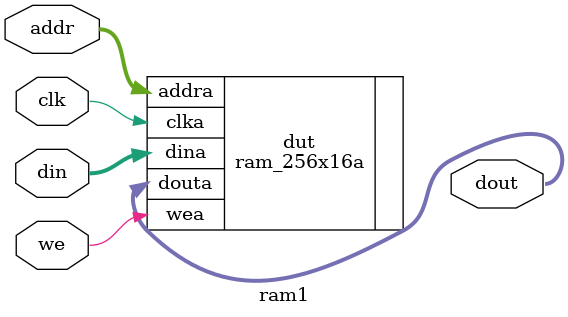
<source format=v>
`timescale 1ns / 1ps

//Notes:		The following verilog code provides the inputs and outpues of the ram1
//			Din is the inputs of the ram( 16 swithces), addr is the address of the 
//			ram which is being controlled by and up conter, and the dout is being 
//			displayed out of the 7 seg display.
//////////////////////////////////////////////////////////////////////////////////
module ram1(
    input clk,
    input we,
    input [7:0] addr,
    input [15:0] din,
    output [15:0] dout
    );
	 
	 ram_256x16a dut (
  .clka(clk), // input clka
  .wea(we), // input [0 : 0] wea
  .addra(addr), // input [7 : 0] addra
  .dina(din), // input [15 : 0] dina
  .douta(dout) // output [15 : 0] douta
);


endmodule

</source>
